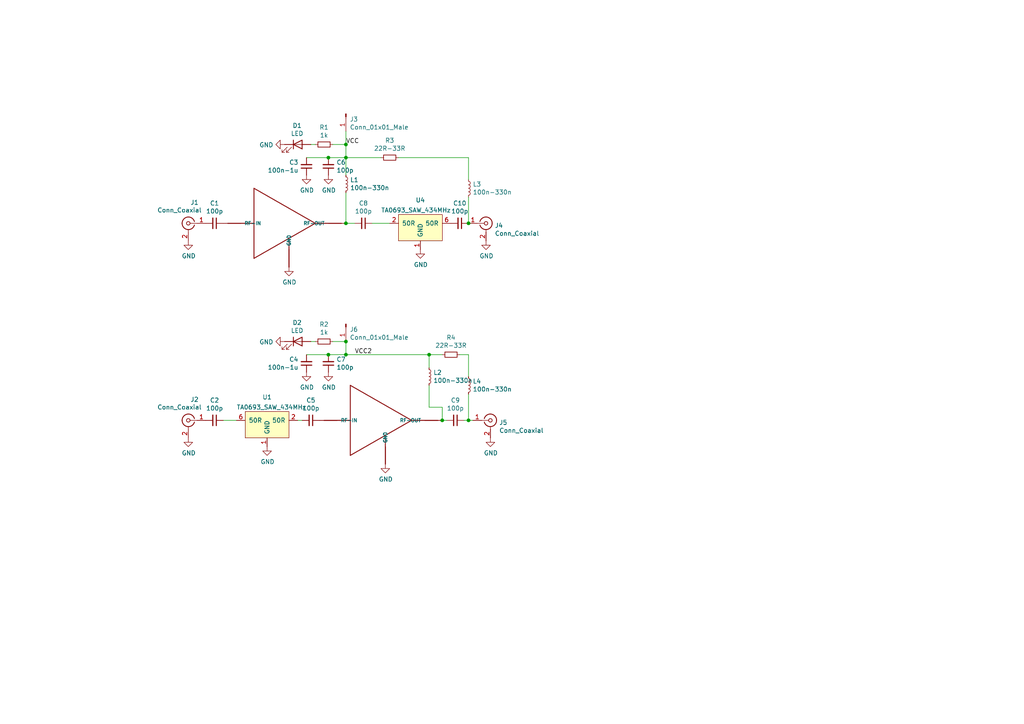
<source format=kicad_sch>
(kicad_sch (version 20230121) (generator eeschema)
  (paper "A4")
  (lib_symbols
    (symbol "Connector:Conn_Coaxial" (pin_names (offset 1.016) hide)
      (property "Reference" "J" (at 0.254 3.048 0))
      (property "Value" "Conn_Coaxial" (at 2.921 0 90))
      (symbol "Conn_Coaxial_0_1"
        (arc (start -1.778 -0.508) (mid 0.2311 -1.8066) (end 1.778 0) (stroke (width 0.254)))
        (polyline (pts (xy -2.54 0) (xy -0.508 0)))
        (polyline (pts (xy 0 -2.54) (xy 0 -1.778)))
        (circle (center 0 0) (radius 0.508) (stroke (width 0.2032)))
        (arc (start 1.778 0) (mid 0.2099 1.8101) (end -1.778 0.508) (stroke (width 0.254)))
      )
      (symbol "Conn_Coaxial_1_1"
        (pin passive line (at -5.08 0 0) (length 2.54) (name "In") (number "1"))
        (pin passive line (at 0 -5.08 90) (length 2.54) (name "Ext") (number "2"))
      )
    )
    (symbol "Device:C_Small" (pin_numbers hide) (pin_names (offset 0.254) hide)
      (property "Reference" "C" (at 0.254 1.778 0))
      (property "Value" "C_Small" (at 0.254 -2.032 0))
      (symbol "C_Small_0_1"
        (polyline (pts (xy -1.524 -0.508) (xy 1.524 -0.508)) (stroke (width 0.3302)))
        (polyline (pts (xy -1.524 0.508) (xy 1.524 0.508)) (stroke (width 0.3048)))
      )
      (symbol "C_Small_1_1"
        (pin passive line (at 0 2.54 270) (length 2.032) (name "~") (number "1"))
        (pin passive line (at 0 -2.54 90) (length 2.032) (name "~") (number "2"))
      )
    )
    (symbol "Device:LED" (pin_numbers hide) (pin_names (offset 1.016) hide)
      (property "Reference" "D" (at 0 2.54 0))
      (property "Value" "LED" (at 0 -2.54 0))
      (symbol "LED_0_1"
        (polyline (pts (xy -1.27 -1.27) (xy -1.27 1.27)) (stroke (width 0.254)))
        (polyline (pts (xy -1.27 0) (xy 1.27 0)))
        (polyline (pts (xy 1.27 -1.27) (xy 1.27 1.27) (xy -1.27 0) (xy 1.27 -1.27)) (stroke (width 0.254)))
        (polyline (pts (xy -3.048 -0.762) (xy -4.572 -2.286) (xy -3.81 -2.286) (xy -4.572 -2.286) (xy -4.572 -1.524)))
        (polyline (pts (xy -1.778 -0.762) (xy -3.302 -2.286) (xy -2.54 -2.286) (xy -3.302 -2.286) (xy -3.302 -1.524)))
      )
      (symbol "LED_1_1"
        (pin passive line (at -3.81 0 0) (length 2.54) (name "K") (number "1"))
        (pin passive line (at 3.81 0 180) (length 2.54) (name "A") (number "2"))
      )
    )
    (symbol "Device:L_Small" (pin_numbers hide) (pin_names (offset 0.254) hide)
      (property "Reference" "L" (at 0.762 1.016 0))
      (property "Value" "L_Small" (at 0.762 -1.016 0))
      (symbol "L_Small_0_1"
        (arc (start 0 -2.032) (mid 0.5058 -1.524) (end 0 -1.016))
        (arc (start 0 -1.016) (mid 0.5058 -0.508) (end 0 0))
        (arc (start 0 0) (mid 0.5058 0.508) (end 0 1.016))
        (arc (start 0 1.016) (mid 0.5058 1.524) (end 0 2.032))
      )
      (symbol "L_Small_1_1"
        (pin passive line (at 0 2.54 270) (length 0.508) (name "~") (number "1"))
        (pin passive line (at 0 -2.54 90) (length 0.508) (name "~") (number "2"))
      )
    )
    (symbol "Device:R_Small" (pin_numbers hide) (pin_names (offset 0.254) hide)
      (property "Reference" "R" (at 0.762 0.508 0))
      (property "Value" "R_Small" (at 0.762 -1.016 0))
      (symbol "R_Small_0_1"
        (rectangle (start -0.762 1.778) (end 0.762 -1.778) (stroke (width 0.2032)))
      )
      (symbol "R_Small_1_1"
        (pin passive line (at 0 2.54 270) (length 0.762) (name "~") (number "1"))
        (pin passive line (at 0 -2.54 90) (length 0.762) (name "~") (number "2"))
      )
    )
    (symbol "LNA-PSA4-rescue:Conn_01x01_Male-Connector" (pin_names (offset 1.016) hide)
      (property "Reference" "J" (at 0 2.54 0))
      (property "Value" "Connector_Conn_01x01_Male" (at 0 -2.54 0))
      (symbol "Conn_01x01_Male-Connector_1_1"
        (polyline (pts (xy 1.27 0) (xy 0.8636 0)) (stroke (width 0.1524)))
        (rectangle (start 0.8636 0.127) (end 0 -0.127) (stroke (width 0.1524)) (fill (type outline)))
        (pin passive line (at 5.08 0 180) (length 3.81) (name "Pin_1") (number "1"))
      )
    )
    (symbol "LNA-PSA4-rescue:PSA4-5043+-RF_Amplifier-LNA-PSA4-rescue" (pin_numbers hide) (pin_names (offset 1.016))
      (symbol "PSA4-5043+-RF_Amplifier-LNA-PSA4-rescue_0_0"
        (polyline (pts (xy -7.62 -10.16) (xy 10.16 0)) (stroke (width 0.254)))
        (polyline (pts (xy -7.62 0) (xy -15.24 0)) (stroke (width 0.254)))
        (polyline (pts (xy -7.62 0) (xy -7.62 -10.16)) (stroke (width 0.254)))
        (polyline (pts (xy -7.62 10.16) (xy -7.62 0)) (stroke (width 0.254)))
        (polyline (pts (xy 2.54 -5.08) (xy 2.54 -12.7)) (stroke (width 0.254)))
        (polyline (pts (xy 10.16 0) (xy -7.62 10.16)) (stroke (width 0.254)))
        (polyline (pts (xy 10.16 0) (xy 17.78 0)) (stroke (width 0.254)))
        (pin bidirectional line (at 19.05 0 180) (length 5.08) (name "RF-OUT") (number "1"))
        (pin bidirectional line (at 2.54 -12.7 90) (length 5.08) (name "GND") (number "2"))
        (pin bidirectional line (at -16.51 0 0) (length 5.08) (name "RF-IN") (number "3"))
        (pin bidirectional line (at 2.54 -12.7 90) (length 5.08) (name "GND") (number "4"))
      )
    )
    (symbol "LNA-PSA4-rescue:TA0693_SAW_434MHz-RF_Filter-LNA-PSA4-rescue" (pin_names (offset 1.016))
      (property "Reference" "U" (at 0 3.81 0))
      (property "Value" "LNA-PSA4-rescue_TA0693_SAW_434MHz-RF_Filter" (at 0 6.35 0))
      (symbol "TA0693_SAW_434MHz-RF_Filter-LNA-PSA4-rescue_0_1"
        (rectangle (start -6.35 2.54) (end 6.35 -5.08) (fill (type background)))
      )
      (symbol "TA0693_SAW_434MHz-RF_Filter-LNA-PSA4-rescue_1_1"
        (pin input line (at 0 -7.62 90) (length 2.54) (name "GND") (number "1"))
        (pin input line (at -8.89 0 0) (length 2.54) (name "50R") (number "2"))
        (pin input line (at 0 -7.62 90) (length 2.54) hide (name "GND") (number "3"))
        (pin input line (at 0 -7.62 90) (length 2.54) hide (name "GND") (number "4"))
        (pin input line (at 0 -7.62 90) (length 2.54) hide (name "GND") (number "5"))
        (pin input line (at 8.89 0 180) (length 2.54) (name "50R") (number "6"))
        (pin input line (at 0 -7.62 90) (length 2.54) hide (name "GND") (number "7"))
        (pin input line (at 0 -7.62 90) (length 2.54) hide (name "GND") (number "8"))
      )
    )
    (symbol "power:GND" (power) (pin_names (offset 0))
      (property "Value" "GND" (at 0 -3.81 0))
      (symbol "GND_0_1"
        (polyline (pts (xy 0 0) (xy 0 -1.27) (xy 1.27 -1.27) (xy 0 -2.54) (xy -1.27 -1.27) (xy 0 -1.27)))
      )
      (symbol "GND_1_1"
        (pin power_in line (at 0 0 270) (length 0) hide (name "GND") (number "1"))
      )
    )
  )
  (junction (at 128.27 121.92))
  (junction (at 124.46 102.87))
  (junction (at 135.89 121.92))
  (junction (at 95.25 45.72))
  (junction (at 100.33 64.77))
  (junction (at 100.33 102.87))
  (junction (at 95.25 102.87))
  (junction (at 100.33 45.72))
  (junction (at 135.89 64.77))
  (junction (at 100.33 41.91))
  (junction (at 100.33 99.06))
  (wire (pts (xy 124.46 102.87) (xy 100.33 102.87)))
  (wire (pts (xy 88.9 102.87) (xy 95.25 102.87)))
  (wire (pts (xy 135.89 45.72) (xy 135.89 52.07)))
  (wire (pts (xy 110.49 45.72) (xy 100.33 45.72)))
  (wire (pts (xy 135.89 102.87) (xy 135.89 109.22)))
  (wire (pts (xy 100.33 102.87) (xy 95.25 102.87)))
  (wire (pts (xy 134.62 121.92) (xy 135.89 121.92)))
  (wire (pts (xy 100.33 45.72) (xy 95.25 45.72)))
  (wire (pts (xy 100.33 99.06) (xy 100.33 102.87)))
  (wire (pts (xy 96.52 41.91) (xy 100.33 41.91)))
  (wire (pts (xy 88.9 45.72) (xy 95.25 45.72)))
  (wire (pts (xy 124.46 106.68) (xy 124.46 102.87)))
  (wire (pts (xy 91.44 41.91) (xy 90.17 41.91)))
  (wire (pts (xy 128.27 102.87) (xy 124.46 102.87)))
  (wire (pts (xy 135.89 57.15) (xy 135.89 64.77)))
  (wire (pts (xy 124.46 118.11) (xy 128.27 118.11)))
  (wire (pts (xy 68.58 121.92) (xy 64.77 121.92)))
  (wire (pts (xy 135.89 121.92) (xy 137.16 121.92)))
  (wire (pts (xy 100.33 41.91) (xy 100.33 45.72)))
  (wire (pts (xy 100.33 38.1) (xy 100.33 41.91)))
  (wire (pts (xy 115.57 45.72) (xy 135.89 45.72)))
  (wire (pts (xy 96.52 99.06) (xy 100.33 99.06)))
  (wire (pts (xy 135.89 114.3) (xy 135.89 121.92)))
  (wire (pts (xy 113.03 64.77) (xy 107.95 64.77)))
  (wire (pts (xy 133.35 102.87) (xy 135.89 102.87)))
  (wire (pts (xy 87.63 121.92) (xy 86.36 121.92)))
  (wire (pts (xy 100.33 50.8) (xy 100.33 45.72)))
  (wire (pts (xy 129.54 121.92) (xy 128.27 121.92)))
  (wire (pts (xy 124.46 111.76) (xy 124.46 118.11)))
  (wire (pts (xy 91.44 99.06) (xy 90.17 99.06)))
  (wire (pts (xy 100.33 64.77) (xy 100.33 55.88)))
  (wire (pts (xy 102.87 64.77) (xy 100.33 64.77)))
  (wire (pts (xy 128.27 118.11) (xy 128.27 121.92)))
  (label "VCC" (at 100.33 41.91 0))
  (label "VCC2" (at 102.87 102.87 0))
  (symbol (lib_id "LNA-PSA4-rescue:PSA4-5043+-RF_Amplifier-LNA-PSA4-rescue") (at 81.28 64.77 0) (unit 1)
    (property "Reference" "U2" (effects hide))
    (property "Value" "PSA4-5043+" (effects hide))
    (property "Footprint" "HA4TI:PSA4-5043+" (effects hide))
  )
  (symbol (lib_id "power:GND") (at 83.82 77.47 0) (unit 1)
    (property "Reference" "#PWR0101" (effects hide))
    (property "Value" "GND" (at 83.947 81.8642 0))
  )
  (symbol (lib_id "Device:C_Small") (at 105.41 64.77 270) (unit 1)
    (property "Reference" "C8" (at 105.41 58.9534 90))
    (property "Value" "100p" (at 105.41 61.2648 90))
    (property "Footprint" "Capacitor_SMD:C_0603_1608Metric" (effects hide))
  )
  (symbol (lib_id "LNA-PSA4-rescue:TA0693_SAW_434MHz-RF_Filter-LNA-PSA4-rescue") (at 121.92 64.77 0) (unit 1)
    (property "Reference" "U4" (at 121.92 58.039 0))
    (property "Value" "TA0693_SAW_434MHz" (at 120.65 60.96 0))
    (property "Footprint" "HA4TI:TA0693A_SAW_437MHz" (effects hide))
  )
  (symbol (lib_id "power:GND") (at 121.92 72.39 0) (unit 1)
    (property "Reference" "#PWR0102" (effects hide))
    (property "Value" "GND" (at 122.047 76.7842 0))
  )
  (symbol (lib_id "Device:C_Small") (at 62.23 64.77 270) (unit 1)
    (property "Reference" "C1" (at 62.23 58.9534 90))
    (property "Value" "100p" (at 62.23 61.2648 90))
    (property "Footprint" "Capacitor_SMD:C_0603_1608Metric" (effects hide))
  )
  (symbol (lib_id "Device:C_Small") (at 95.25 48.26 180) (unit 1)
    (property "Reference" "C6" (at 97.5868 47.0916 0) (effects (justify right)))
    (property "Value" "100p" (at 97.5868 49.403 0) (effects (justify right)))
    (property "Footprint" "Capacitor_SMD:C_0603_1608Metric_Pad1.05x0.95mm_HandSolder" (effects hide))
  )
  (symbol (lib_id "Device:L_Small") (at 100.33 53.34 0) (unit 1)
    (property "Reference" "L1" (at 101.5492 52.1716 0) (effects (justify left)))
    (property "Value" "100n-330n" (at 101.5492 54.483 0) (effects (justify left)))
    (property "Footprint" "Inductor_SMD:L_0603_1608Metric" (effects hide))
  )
  (symbol (lib_id "Device:R_Small") (at 113.03 45.72 270) (unit 1)
    (property "Reference" "R3" (at 113.03 40.7416 90))
    (property "Value" "22R-33R" (at 113.03 43.053 90))
    (property "Footprint" "Resistor_SMD:R_0603_1608Metric_Pad1.05x0.95mm_HandSolder" (effects hide))
  )
  (symbol (lib_id "power:GND") (at 95.25 50.8 0) (unit 1)
    (property "Reference" "#PWR0103" (effects hide))
    (property "Value" "GND" (at 95.377 55.1942 0))
  )
  (symbol (lib_id "Connector:Conn_Coaxial") (at 140.97 64.77 0) (unit 1)
    (property "Reference" "J4" (at 143.51 65.405 0) (effects (justify left)))
    (property "Value" "Conn_Coaxial" (at 143.51 67.7164 0) (effects (justify left)))
    (property "Footprint" "Connector_Coaxial:SMA_Molex_73251-1153_EdgeMount_Horizontal" (effects hide))
    (property "Datasheet" " ~" (effects hide))
  )
  (symbol (lib_id "Connector:Conn_Coaxial") (at 54.61 64.77 0) (mirror y) (unit 1)
    (property "Reference" "J1" (at 56.4388 58.7248 0))
    (property "Value" "Conn_Coaxial" (at 52.07 60.96 0))
    (property "Footprint" "Connector_Coaxial:SMA_Molex_73251-1153_EdgeMount_Horizontal" (effects hide))
    (property "Datasheet" " ~" (effects hide))
  )
  (symbol (lib_id "power:GND") (at 140.97 69.85 0) (unit 1)
    (property "Reference" "#PWR0104" (effects hide))
    (property "Value" "GND" (at 141.097 74.2442 0))
  )
  (symbol (lib_id "power:GND") (at 54.61 69.85 0) (unit 1)
    (property "Reference" "#PWR0105" (effects hide))
    (property "Value" "GND" (at 54.737 74.2442 0))
  )
  (symbol (lib_id "Device:C_Small") (at 88.9 48.26 180) (unit 1)
    (property "Reference" "C3" (at 86.5632 47.0916 0) (effects (justify left)))
    (property "Value" "100n-1u" (at 86.5632 49.403 0) (effects (justify left)))
    (property "Footprint" "Capacitor_SMD:C_0603_1608Metric_Pad1.05x0.95mm_HandSolder" (effects hide))
  )
  (symbol (lib_id "power:GND") (at 88.9 50.8 0) (unit 1)
    (property "Reference" "#PWR0106" (effects hide))
    (property "Value" "GND" (at 89.027 55.1942 0))
  )
  (symbol (lib_id "Device:C_Small") (at 133.35 64.77 270) (unit 1)
    (property "Reference" "C10" (at 133.35 58.9534 90))
    (property "Value" "100p" (at 133.35 61.2648 90))
    (property "Footprint" "Capacitor_SMD:C_0603_1608Metric" (effects hide))
  )
  (symbol (lib_id "Device:L_Small") (at 135.89 54.61 0) (unit 1)
    (property "Reference" "L3" (at 137.1092 53.4416 0) (effects (justify left)))
    (property "Value" "100n-330n" (at 137.1092 55.753 0) (effects (justify left)))
    (property "Footprint" "Inductor_SMD:L_0603_1608Metric" (effects hide))
  )
  (symbol (lib_id "Device:LED") (at 86.36 41.91 0) (unit 1)
    (property "Reference" "D1" (at 86.1822 36.4236 0))
    (property "Value" "LED" (at 86.1822 38.735 0))
    (property "Footprint" "LED_SMD:LED_0603_1608Metric_Castellated" (effects hide))
  )
  (symbol (lib_id "Device:R_Small") (at 93.98 41.91 270) (mirror x) (unit 1)
    (property "Reference" "R1" (at 93.98 36.9316 90))
    (property "Value" "1k" (at 93.98 39.243 90))
    (property "Footprint" "Resistor_SMD:R_0603_1608Metric_Pad1.05x0.95mm_HandSolder" (effects hide))
  )
  (symbol (lib_id "power:GND") (at 82.55 41.91 270) (unit 1)
    (property "Reference" "#PWR0107" (effects hide))
    (property "Value" "GND" (at 79.2988 42.037 90) (effects (justify right)))
  )
  (symbol (lib_id "power:GND") (at 111.76 134.62 0) (unit 1)
    (property "Reference" "#PWR0109" (effects hide))
    (property "Value" "GND" (at 111.887 139.0142 0))
  )
  (symbol (lib_id "Device:C_Small") (at 90.17 121.92 270) (unit 1)
    (property "Reference" "C5" (at 90.17 116.1034 90))
    (property "Value" "100p" (at 90.17 118.4148 90))
    (property "Footprint" "Capacitor_SMD:C_0603_1608Metric" (effects hide))
  )
  (symbol (lib_id "LNA-PSA4-rescue:TA0693_SAW_434MHz-RF_Filter-LNA-PSA4-rescue") (at 77.47 121.92 0) (mirror y) (unit 1)
    (property "Reference" "U1" (at 77.47 115.189 0))
    (property "Value" "TA0693_SAW_434MHz" (at 78.74 118.11 0))
    (property "Footprint" "HA4TI:TA0693A_SAW_437MHz" (effects hide))
  )
  (symbol (lib_id "power:GND") (at 77.47 129.54 0) (unit 1)
    (property "Reference" "#PWR0110" (effects hide))
    (property "Value" "GND" (at 77.597 133.9342 0))
  )
  (symbol (lib_id "Device:C_Small") (at 62.23 121.92 270) (unit 1)
    (property "Reference" "C2" (at 62.23 116.1034 90))
    (property "Value" "100p" (at 62.23 118.4148 90))
    (property "Footprint" "Capacitor_SMD:C_0603_1608Metric" (effects hide))
  )
  (symbol (lib_id "Device:C_Small") (at 95.25 105.41 180) (unit 1)
    (property "Reference" "C7" (at 97.5868 104.2416 0) (effects (justify right)))
    (property "Value" "100p" (at 97.5868 106.553 0) (effects (justify right)))
    (property "Footprint" "Capacitor_SMD:C_0603_1608Metric_Pad1.05x0.95mm_HandSolder" (effects hide))
  )
  (symbol (lib_id "Device:L_Small") (at 124.46 109.22 0) (unit 1)
    (property "Reference" "L2" (at 125.6792 108.0516 0) (effects (justify left)))
    (property "Value" "100n-330n" (at 125.6792 110.363 0) (effects (justify left)))
    (property "Footprint" "Inductor_SMD:L_0603_1608Metric" (effects hide))
  )
  (symbol (lib_id "Device:R_Small") (at 130.81 102.87 270) (unit 1)
    (property "Reference" "R4" (at 130.81 97.8916 90))
    (property "Value" "22R-33R" (at 130.81 100.203 90))
    (property "Footprint" "Resistor_SMD:R_0603_1608Metric_Pad1.05x0.95mm_HandSolder" (effects hide))
  )
  (symbol (lib_id "power:GND") (at 95.25 107.95 0) (unit 1)
    (property "Reference" "#PWR0111" (effects hide))
    (property "Value" "GND" (at 95.377 112.3442 0))
  )
  (symbol (lib_id "Connector:Conn_Coaxial") (at 142.24 121.92 0) (unit 1)
    (property "Reference" "J5" (at 144.78 122.555 0) (effects (justify left)))
    (property "Value" "Conn_Coaxial" (at 144.78 124.8664 0) (effects (justify left)))
    (property "Footprint" "Connector_Coaxial:SMA_Molex_73251-1153_EdgeMount_Horizontal" (effects hide))
    (property "Datasheet" " ~" (effects hide))
  )
  (symbol (lib_id "Connector:Conn_Coaxial") (at 54.61 121.92 0) (mirror y) (unit 1)
    (property "Reference" "J2" (at 56.4388 115.8748 0))
    (property "Value" "Conn_Coaxial" (at 52.07 118.11 0))
    (property "Footprint" "Connector_Coaxial:SMA_Molex_73251-1153_EdgeMount_Horizontal" (effects hide))
    (property "Datasheet" " ~" (effects hide))
  )
  (symbol (lib_id "power:GND") (at 142.24 127 0) (unit 1)
    (property "Reference" "#PWR0115" (effects hide))
    (property "Value" "GND" (at 142.367 131.3942 0))
  )
  (symbol (lib_id "power:GND") (at 54.61 127 0) (unit 1)
    (property "Reference" "#PWR0114" (effects hide))
    (property "Value" "GND" (at 54.737 131.3942 0))
  )
  (symbol (lib_id "Device:C_Small") (at 88.9 105.41 180) (unit 1)
    (property "Reference" "C4" (at 86.5632 104.2416 0) (effects (justify left)))
    (property "Value" "100n-1u" (at 86.5632 106.553 0) (effects (justify left)))
    (property "Footprint" "Capacitor_SMD:C_0603_1608Metric_Pad1.05x0.95mm_HandSolder" (effects hide))
  )
  (symbol (lib_id "power:GND") (at 88.9 107.95 0) (unit 1)
    (property "Reference" "#PWR0112" (effects hide))
    (property "Value" "GND" (at 89.027 112.3442 0))
  )
  (symbol (lib_id "Device:C_Small") (at 132.08 121.92 270) (unit 1)
    (property "Reference" "C9" (at 132.08 116.1034 90))
    (property "Value" "100p" (at 132.08 118.4148 90))
    (property "Footprint" "Capacitor_SMD:C_0603_1608Metric" (effects hide))
  )
  (symbol (lib_id "Device:L_Small") (at 135.89 111.76 0) (unit 1)
    (property "Reference" "L4" (at 137.1092 110.5916 0) (effects (justify left)))
    (property "Value" "100n-330n" (at 137.1092 112.903 0) (effects (justify left)))
    (property "Footprint" "Inductor_SMD:L_0603_1608Metric" (effects hide))
  )
  (symbol (lib_id "Device:LED") (at 86.36 99.06 0) (unit 1)
    (property "Reference" "D2" (at 86.1822 93.5736 0))
    (property "Value" "LED" (at 86.1822 95.885 0))
    (property "Footprint" "LED_SMD:LED_0603_1608Metric_Castellated" (effects hide))
  )
  (symbol (lib_id "Device:R_Small") (at 93.98 99.06 270) (mirror x) (unit 1)
    (property "Reference" "R2" (at 93.98 94.0816 90))
    (property "Value" "1k" (at 93.98 96.393 90))
    (property "Footprint" "Resistor_SMD:R_0603_1608Metric_Pad1.05x0.95mm_HandSolder" (effects hide))
  )
  (symbol (lib_id "power:GND") (at 82.55 99.06 270) (unit 1)
    (property "Reference" "#PWR0113" (effects hide))
    (property "Value" "GND" (at 79.2988 99.187 90) (effects (justify right)))
  )
  (symbol (lib_id "LNA-PSA4-rescue:PSA4-5043+-RF_Amplifier-LNA-PSA4-rescue") (at 109.22 121.92 0) (unit 1)
    (property "Reference" "U3" (effects hide))
    (property "Value" "PSA4-5043+" (effects hide))
    (property "Footprint" "HA4TI:PSA4-5043+" (effects hide))
  )
  (symbol (lib_id "LNA-PSA4-rescue:Conn_01x01_Male-Connector") (at 100.33 33.02 270) (unit 1)
    (property "Reference" "J3" (at 101.4476 34.5948 90) (effects (justify left)))
    (property "Value" "Conn_01x01_Male" (at 101.4476 36.9062 90) (effects (justify left)))
    (property "Footprint" "Connector_PinHeader_2.54mm:PinHeader_1x01_P2.54mm_Vertical" (effects hide))
  )
  (symbol (lib_id "LNA-PSA4-rescue:Conn_01x01_Male-Connector") (at 100.33 93.98 270) (unit 1)
    (property "Reference" "J6" (at 101.4476 95.5548 90) (effects (justify left)))
    (property "Value" "Conn_01x01_Male" (at 101.4476 97.8662 90) (effects (justify left)))
    (property "Footprint" "Connector_PinHeader_2.54mm:PinHeader_1x01_P2.54mm_Vertical" (effects hide))
  )
)
</source>
